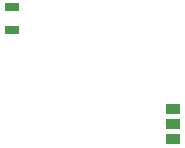
<source format=gbr>
G04 #@! TF.FileFunction,Paste,Bot*
%FSLAX46Y46*%
G04 Gerber Fmt 4.6, Leading zero omitted, Abs format (unit mm)*
G04 Created by KiCad (PCBNEW 4.0.6) date 08/29/18 06:25:22*
%MOMM*%
%LPD*%
G01*
G04 APERTURE LIST*
%ADD10C,0.100000*%
%ADD11R,1.300000X0.700000*%
%ADD12R,1.270000X0.970000*%
G04 APERTURE END LIST*
D10*
D11*
X145081000Y-77045000D03*
X145081000Y-78945000D03*
D12*
X158721000Y-88175000D03*
X158721000Y-86905000D03*
X158721000Y-85635000D03*
M02*

</source>
